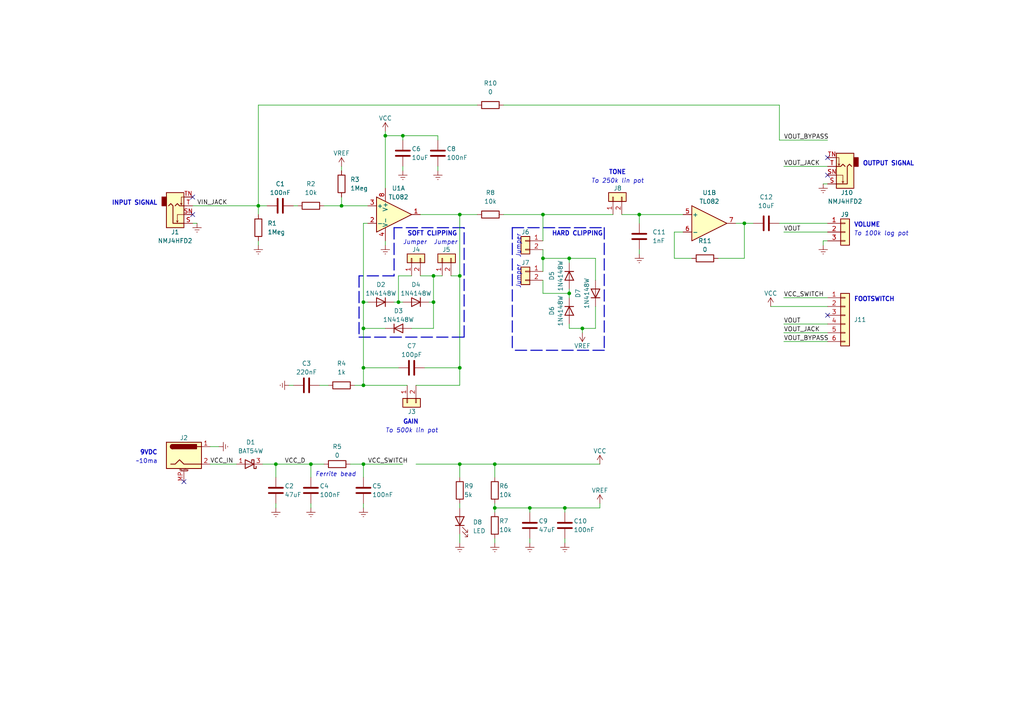
<source format=kicad_sch>
(kicad_sch (version 20211123) (generator eeschema)
  (paper "A4")
  (title_block (title "Overdrive") (date "2022-08-31") (rev "1.0") (company "Sylvain Mariel"))
  (lib_symbols
    (symbol "Amplifier_Operational:TL082" (pin_names (offset 0.127))
      (property "Reference" "U" (at 0 5.08 0))
      (property "Value" "TL082" (at 0 -5.08 0))
      (symbol "TL082_1_1"
        (polyline (pts (xy -5.08 5.08) (xy 5.08 0) (xy -5.08 -5.08) (xy -5.08 5.08)) (stroke (width 0.254)) (fill (type background)))
        (pin output line (at 7.62 0 180) (length 2.54) (name "~") (number "1"))
        (pin input line (at -7.62 -2.54 0) (length 2.54) (name "-") (number "2"))
        (pin input line (at -7.62 2.54 0) (length 2.54) (name "+") (number "3"))
      )
      (symbol "TL082_2_1"
        (polyline (pts (xy -5.08 5.08) (xy 5.08 0) (xy -5.08 -5.08) (xy -5.08 5.08)) (stroke (width 0.254)) (fill (type background)))
        (pin input line (at -7.62 2.54 0) (length 2.54) (name "+") (number "5"))
        (pin input line (at -7.62 -2.54 0) (length 2.54) (name "-") (number "6"))
        (pin output line (at 7.62 0 180) (length 2.54) (name "~") (number "7"))
      )
      (symbol "TL082_3_1"
        (pin power_in line (at -2.54 -7.62 90) (length 3.81) (name "V-") (number "4"))
        (pin power_in line (at -2.54 7.62 270) (length 3.81) (name "V+") (number "8"))
      )
    )
    (symbol "Connector:AudioJack2_Switch"
      (property "Reference" "J" (at 0 11.43 0))
      (property "Value" "AudioJack2_Switch" (at 0 8.89 0))
      (symbol "AudioJack2_Switch_0_1"
        (rectangle (start -2.54 0) (end -3.81 -2.54) (stroke (width 0.254)) (fill (type outline)))
        (rectangle (start 2.54 6.35) (end -2.54 -3.81) (stroke (width 0.254)) (fill (type background)))
      )
      (symbol "AudioJack2_Switch_1_1"
        (polyline (pts (xy 0.635 4.826) (xy 0.889 4.318)))
        (polyline (pts (xy 1.778 -0.254) (xy 2.032 -0.762)))
        (polyline (pts (xy 0 0) (xy 0.635 -0.635) (xy 1.27 0) (xy 2.54 0)) (stroke (width 0.254)))
        (polyline (pts (xy 2.54 -2.54) (xy 1.778 -2.54) (xy 1.778 -0.254) (xy 1.524 -0.762)))
        (polyline (pts (xy 2.54 2.54) (xy 0.635 2.54) (xy 0.635 4.826) (xy 0.381 4.318)))
        (polyline (pts (xy 2.54 5.08) (xy -0.635 5.08) (xy -0.635 0) (xy -1.27 -0.635) (xy -1.905 0)) (stroke (width 0.254)))
        (pin passive line (at 5.08 5.08 180) (length 2.54) (name "~") (number "S"))
        (pin passive line (at 5.08 2.54 180) (length 2.54) (name "~") (number "SN"))
        (pin passive line (at 5.08 0 180) (length 2.54) (name "~") (number "T"))
        (pin passive line (at 5.08 -2.54 180) (length 2.54) (name "~") (number "TN"))
      )
    )
    (symbol "Connector:Barrel_Jack_MountingPin" (pin_names hide)
      (property "Reference" "J" (at 0 5.334 0))
      (property "Value" "Barrel_Jack_MountingPin" (at 1.27 -6.35 0))
      (symbol "Barrel_Jack_MountingPin_0_1"
        (rectangle (start -5.08 3.81) (end 5.08 -3.81) (stroke (width 0.254)) (fill (type background)))
        (arc (start -3.302 3.175) (mid -3.937 2.54) (end -3.302 1.905) (stroke (width 0.254)))
        (arc (start -3.302 3.175) (mid -3.937 2.54) (end -3.302 1.905) (stroke (width 0.254)) (fill (type outline)))
        (polyline (pts (xy 5.08 2.54) (xy 3.81 2.54)) (stroke (width 0.254)))
        (polyline (pts (xy -3.81 -2.54) (xy -2.54 -2.54) (xy -1.27 -1.27) (xy 0 -2.54) (xy 2.54 -2.54) (xy 5.08 -2.54)) (stroke (width 0.254)))
        (rectangle (start 3.683 3.175) (end -3.302 1.905) (stroke (width 0.254)) (fill (type outline)))
      )
      (symbol "Barrel_Jack_MountingPin_1_1"
        (polyline (pts (xy -1.016 -4.572) (xy 1.016 -4.572)) (stroke (width 0.1524)))
        (text "Mounting" (at 0 -4.191 0) (effects (font (size 0.381 0.381))))
        (pin passive line (at 7.62 2.54 180) (length 2.54) (name "~") (number "1"))
        (pin passive line (at 7.62 -2.54 180) (length 2.54) (name "~") (number "2"))
        (pin passive line (at 0 -7.62 90) (length 3.048) (name "MountPin") (number "MP"))
      )
    )
    (symbol "Connector_Generic:Conn_01x02" (pin_names (offset 1.016) hide)
      (property "Reference" "J" (at 0 2.54 0))
      (property "Value" "Conn_01x02" (at 0 -5.08 0))
      (symbol "Conn_01x02_1_1"
        (rectangle (start -1.27 -2.413) (end 0 -2.667) (stroke (width 0.1524)))
        (rectangle (start -1.27 0.127) (end 0 -0.127) (stroke (width 0.1524)))
        (rectangle (start -1.27 1.27) (end 1.27 -3.81) (stroke (width 0.254)) (fill (type background)))
        (pin passive line (at -5.08 0 0) (length 3.81) (name "Pin_1") (number "1"))
        (pin passive line (at -5.08 -2.54 0) (length 3.81) (name "Pin_2") (number "2"))
      )
    )
    (symbol "Connector_Generic:Conn_01x03" (pin_names (offset 1.016) hide)
      (property "Reference" "J" (at 0 5.08 0))
      (property "Value" "Conn_01x03" (at 0 -5.08 0))
      (symbol "Conn_01x03_1_1"
        (rectangle (start -1.27 -2.413) (end 0 -2.667) (stroke (width 0.1524)))
        (rectangle (start -1.27 0.127) (end 0 -0.127) (stroke (width 0.1524)))
        (rectangle (start -1.27 2.667) (end 0 2.413) (stroke (width 0.1524)))
        (rectangle (start -1.27 3.81) (end 1.27 -3.81) (stroke (width 0.254)) (fill (type background)))
        (pin passive line (at -5.08 2.54 0) (length 3.81) (name "Pin_1") (number "1"))
        (pin passive line (at -5.08 0 0) (length 3.81) (name "Pin_2") (number "2"))
        (pin passive line (at -5.08 -2.54 0) (length 3.81) (name "Pin_3") (number "3"))
      )
    )
    (symbol "Connector_Generic:Conn_01x06" (pin_names (offset 1.016) hide)
      (property "Reference" "J" (at 0 7.62 0))
      (property "Value" "Conn_01x06" (at 0 -10.16 0))
      (symbol "Conn_01x06_1_1"
        (rectangle (start -1.27 -7.493) (end 0 -7.747) (stroke (width 0.1524)))
        (rectangle (start -1.27 -4.953) (end 0 -5.207) (stroke (width 0.1524)))
        (rectangle (start -1.27 -2.413) (end 0 -2.667) (stroke (width 0.1524)))
        (rectangle (start -1.27 0.127) (end 0 -0.127) (stroke (width 0.1524)))
        (rectangle (start -1.27 2.667) (end 0 2.413) (stroke (width 0.1524)))
        (rectangle (start -1.27 5.207) (end 0 4.953) (stroke (width 0.1524)))
        (rectangle (start -1.27 6.35) (end 1.27 -8.89) (stroke (width 0.254)) (fill (type background)))
        (pin passive line (at -5.08 5.08 0) (length 3.81) (name "Pin_1") (number "1"))
        (pin passive line (at -5.08 2.54 0) (length 3.81) (name "Pin_2") (number "2"))
        (pin passive line (at -5.08 0 0) (length 3.81) (name "Pin_3") (number "3"))
        (pin passive line (at -5.08 -2.54 0) (length 3.81) (name "Pin_4") (number "4"))
        (pin passive line (at -5.08 -5.08 0) (length 3.81) (name "Pin_5") (number "5"))
        (pin passive line (at -5.08 -7.62 0) (length 3.81) (name "Pin_6") (number "6"))
      )
    )
    (symbol "Device:C" (pin_numbers hide) (pin_names (offset 0.254))
      (property "Reference" "C" (at 0.635 2.54 0))
      (property "Value" "C" (at 0.635 -2.54 0))
      (symbol "C_0_1"
        (polyline (pts (xy -2.032 -0.762) (xy 2.032 -0.762)) (stroke (width 0.508)))
        (polyline (pts (xy -2.032 0.762) (xy 2.032 0.762)) (stroke (width 0.508)))
      )
      (symbol "C_1_1"
        (pin passive line (at 0 3.81 270) (length 2.794) (name "~") (number "1"))
        (pin passive line (at 0 -3.81 90) (length 2.794) (name "~") (number "2"))
      )
    )
    (symbol "Device:LED" (pin_numbers hide) (pin_names (offset 1.016) hide)
      (property "Reference" "D" (at 0 2.54 0))
      (property "Value" "LED" (at 0 -2.54 0))
      (symbol "LED_0_1"
        (polyline (pts (xy -1.27 -1.27) (xy -1.27 1.27)) (stroke (width 0.254)))
        (polyline (pts (xy -1.27 0) (xy 1.27 0)))
        (polyline (pts (xy 1.27 -1.27) (xy 1.27 1.27) (xy -1.27 0) (xy 1.27 -1.27)) (stroke (width 0.254)))
        (polyline (pts (xy -3.048 -0.762) (xy -4.572 -2.286) (xy -3.81 -2.286) (xy -4.572 -2.286) (xy -4.572 -1.524)))
        (polyline (pts (xy -1.778 -0.762) (xy -3.302 -2.286) (xy -2.54 -2.286) (xy -3.302 -2.286) (xy -3.302 -1.524)))
      )
      (symbol "LED_1_1"
        (pin passive line (at -3.81 0 0) (length 2.54) (name "K") (number "1"))
        (pin passive line (at 3.81 0 180) (length 2.54) (name "A") (number "2"))
      )
    )
    (symbol "Device:R" (pin_numbers hide) (pin_names (offset 0))
      (property "Reference" "R" (at 2.032 0 90))
      (property "Value" "R" (at 0 0 90))
      (symbol "R_0_1"
        (rectangle (start -1.016 -2.54) (end 1.016 2.54) (stroke (width 0.254)))
      )
      (symbol "R_1_1"
        (pin passive line (at 0 3.81 270) (length 1.27) (name "~") (number "1"))
        (pin passive line (at 0 -3.81 90) (length 1.27) (name "~") (number "2"))
      )
    )
    (symbol "Diode:1N4148W" (pin_numbers hide) (pin_names (offset 1.016) hide)
      (property "Reference" "D" (at 0 2.54 0))
      (property "Value" "1N4148W" (at 0 -2.54 0))
      (symbol "1N4148W_0_1"
        (polyline (pts (xy -1.27 1.27) (xy -1.27 -1.27)) (stroke (width 0.254)))
        (polyline (pts (xy 1.27 0) (xy -1.27 0)))
        (polyline (pts (xy 1.27 1.27) (xy 1.27 -1.27) (xy -1.27 0) (xy 1.27 1.27)) (stroke (width 0.254)))
      )
      (symbol "1N4148W_1_1"
        (pin passive line (at -3.81 0 0) (length 2.54) (name "K") (number "1"))
        (pin passive line (at 3.81 0 180) (length 2.54) (name "A") (number "2"))
      )
    )
    (symbol "Diode:BAT54W" (pin_names (offset 1.016) hide)
      (property "Reference" "D" (at 0 2.54 0))
      (property "Value" "BAT54W" (at 0 -2.54 0))
      (symbol "BAT54W_0_1"
        (polyline (pts (xy 1.27 0) (xy -1.27 0)))
        (polyline (pts (xy 1.27 1.27) (xy 1.27 -1.27) (xy -1.27 0) (xy 1.27 1.27)) (stroke (width 0.254)))
        (polyline (pts (xy -1.905 0.635) (xy -1.905 1.27) (xy -1.27 1.27) (xy -1.27 -1.27) (xy -0.635 -1.27) (xy -0.635 -0.635)) (stroke (width 0.254)))
      )
      (symbol "BAT54W_1_1"
        (pin passive line (at 3.81 0 180) (length 2.54) (name "A") (number "1"))
        (pin no_connect line (at 0 0 90) (length 2.54) hide (name "NC") (number "2"))
        (pin passive line (at -3.81 0 0) (length 2.54) (name "K") (number "3"))
      )
    )
    (symbol "power:GNDREF" (power) (pin_names (offset 0))
      (property "Value" "GNDREF" (at 0 -3.81 0))
      (symbol "GNDREF_0_1"
        (polyline (pts (xy -0.635 -1.905) (xy 0.635 -1.905)))
        (polyline (pts (xy -0.127 -2.54) (xy 0.127 -2.54)))
        (polyline (pts (xy 0 -1.27) (xy 0 0)))
        (polyline (pts (xy 1.27 -1.27) (xy -1.27 -1.27)))
      )
      (symbol "GNDREF_1_1"
        (pin power_in line (at 0 0 270) (length 0) hide (name "GNDREF") (number "1"))
      )
    )
    (symbol "power:VCC" (power) (pin_names (offset 0))
      (property "Value" "VCC" (at 0 3.81 0))
      (symbol "VCC_0_1"
        (polyline (pts (xy -0.762 1.27) (xy 0 2.54)))
        (polyline (pts (xy 0 0) (xy 0 2.54)))
        (polyline (pts (xy 0 2.54) (xy 0.762 1.27)))
      )
      (symbol "VCC_1_1"
        (pin power_in line (at 0 0 90) (length 0) hide (name "VCC") (number "1"))
      )
    )
    (symbol "power:VREF" (power) (pin_names (offset 0))
      (property "Value" "VREF" (at 0 3.81 0))
      (symbol "VREF_0_1"
        (polyline (pts (xy -0.762 1.27) (xy 0 2.54)))
        (polyline (pts (xy 0 0) (xy 0 2.54)))
        (polyline (pts (xy 0 2.54) (xy 0.762 1.27)))
      )
      (symbol "VREF_1_1"
        (pin power_in line (at 0 0 90) (length 0) hide (name "VREF") (number "1"))
      )
    )
  )
  (junction (at 105.41 134.62))
  (junction (at 99.06 59.69))
  (junction (at 168.91 95.25))
  (junction (at 133.35 106.68))
  (junction (at 215.9 64.77))
  (junction (at 153.67 147.32))
  (junction (at 165.1 74.93))
  (junction (at 157.48 62.23))
  (junction (at 115.57 87.63))
  (junction (at 143.51 147.32))
  (junction (at 163.83 147.32))
  (junction (at 133.35 62.23))
  (junction (at 105.41 87.63))
  (junction (at 80.01 134.62))
  (junction (at 90.17 134.62))
  (junction (at 185.42 62.23))
  (junction (at 157.48 74.93))
  (junction (at 125.73 87.63))
  (junction (at 125.73 80.01))
  (junction (at 133.35 134.62))
  (junction (at 105.41 111.76))
  (junction (at 143.51 134.62))
  (junction (at 111.76 39.37))
  (junction (at 105.41 106.68))
  (junction (at 74.93 59.69))
  (junction (at 105.41 95.25))
  (junction (at 165.1 85.09))
  (junction (at 116.84 39.37))
  (junction (at 133.35 80.01))
  (no_connect (at 240.03 91.44))
  (no_connect (at 240.03 45.72))
  (no_connect (at 240.03 50.8))
  (no_connect (at 53.34 139.7))
  (no_connect (at 55.88 62.23))
  (no_connect (at 55.88 57.15))
  (wire (pts (xy 111.76 69.85) (xy 111.76 71.12)))
  (wire (pts (xy 165.1 76.2) (xy 165.1 74.93)))
  (wire (pts (xy 215.9 64.77) (xy 215.9 74.93)))
  (wire (pts (xy 227.33 99.06) (xy 240.03 99.06)))
  (wire (pts (xy 116.84 48.26) (xy 116.84 49.53)))
  (wire (pts (xy 238.76 69.85) (xy 238.76 71.12)))
  (wire (pts (xy 105.41 95.25) (xy 111.76 95.25)))
  (wire (pts (xy 74.93 30.48) (xy 138.43 30.48)))
  (wire (pts (xy 153.67 156.21) (xy 153.67 157.48)))
  (wire (pts (xy 105.41 87.63) (xy 105.41 95.25)))
  (wire (pts (xy 143.51 147.32) (xy 153.67 147.32)))
  (polyline (pts (xy 148.59 66.04) (xy 148.59 101.6)) (stroke (width 0.3)))
  (wire (pts (xy 213.36 64.77) (xy 215.9 64.77)))
  (wire (pts (xy 111.76 38.1) (xy 111.76 39.37)))
  (wire (pts (xy 127 48.26) (xy 127 49.53)))
  (wire (pts (xy 102.87 111.76) (xy 105.41 111.76)))
  (wire (pts (xy 133.35 134.62) (xy 133.35 138.43)))
  (wire (pts (xy 60.96 129.54) (xy 63.5 129.54)))
  (wire (pts (xy 99.06 48.26) (xy 99.06 49.53)))
  (wire (pts (xy 105.41 95.25) (xy 105.41 106.68)))
  (wire (pts (xy 80.01 146.05) (xy 80.01 147.32)))
  (wire (pts (xy 115.57 87.63) (xy 116.84 87.63)))
  (wire (pts (xy 114.3 87.63) (xy 115.57 87.63)))
  (wire (pts (xy 105.41 106.68) (xy 105.41 111.76)))
  (wire (pts (xy 143.51 156.21) (xy 143.51 157.48)))
  (wire (pts (xy 99.06 59.69) (xy 106.68 59.69)))
  (wire (pts (xy 185.42 62.23) (xy 198.12 62.23)))
  (polyline (pts (xy 114.3 80.01) (xy 104.14 80.01)) (stroke (width 0.3) (type dash)))
  (wire (pts (xy 180.34 62.23) (xy 185.42 62.23)))
  (wire (pts (xy 74.93 69.85) (xy 74.93 71.12)))
  (wire (pts (xy 120.65 111.76) (xy 133.35 111.76)))
  (wire (pts (xy 105.41 134.62) (xy 105.41 138.43)))
  (wire (pts (xy 74.93 62.23) (xy 74.93 59.69)))
  (wire (pts (xy 93.98 59.69) (xy 99.06 59.69)))
  (wire (pts (xy 74.93 59.69) (xy 77.47 59.69)))
  (wire (pts (xy 157.48 62.23) (xy 177.8 62.23)))
  (wire (pts (xy 146.05 30.48) (xy 226.06 30.48)))
  (wire (pts (xy 116.84 40.64) (xy 116.84 39.37)))
  (wire (pts (xy 157.48 78.74) (xy 157.48 74.93)))
  (wire (pts (xy 115.57 106.68) (xy 105.41 106.68)))
  (wire (pts (xy 185.42 72.39) (xy 185.42 73.66)))
  (wire (pts (xy 121.92 62.23) (xy 133.35 62.23)))
  (wire (pts (xy 116.84 39.37) (xy 127 39.37)))
  (wire (pts (xy 157.48 74.93) (xy 165.1 74.93)))
  (wire (pts (xy 172.72 81.28) (xy 172.72 74.93)))
  (polyline (pts (xy 175.26 66.04) (xy 175.26 101.6)) (stroke (width 0.3)))
  (wire (pts (xy 143.51 146.05) (xy 143.51 147.32)))
  (wire (pts (xy 227.33 48.26) (xy 240.03 48.26)))
  (wire (pts (xy 157.48 85.09) (xy 165.1 85.09)))
  (wire (pts (xy 157.48 81.28) (xy 157.48 85.09)))
  (wire (pts (xy 92.71 111.76) (xy 95.25 111.76)))
  (wire (pts (xy 143.51 134.62) (xy 143.51 138.43)))
  (wire (pts (xy 223.52 88.9) (xy 240.03 88.9)))
  (polyline (pts (xy 104.14 80.01) (xy 104.14 97.79)) (stroke (width 0.3) (type dash)))
  (wire (pts (xy 111.76 39.37) (xy 111.76 54.61)))
  (wire (pts (xy 90.17 134.62) (xy 90.17 138.43)))
  (wire (pts (xy 195.58 67.31) (xy 198.12 67.31)))
  (wire (pts (xy 119.38 80.01) (xy 115.57 80.01)))
  (wire (pts (xy 165.1 95.25) (xy 168.91 95.25)))
  (wire (pts (xy 227.33 86.36) (xy 240.03 86.36)))
  (wire (pts (xy 76.2 134.62) (xy 80.01 134.62)))
  (wire (pts (xy 120.65 134.62) (xy 133.35 134.62)))
  (wire (pts (xy 130.81 80.01) (xy 133.35 80.01)))
  (wire (pts (xy 119.38 95.25) (xy 125.73 95.25)))
  (wire (pts (xy 133.35 134.62) (xy 143.51 134.62)))
  (wire (pts (xy 165.1 74.93) (xy 172.72 74.93)))
  (wire (pts (xy 106.68 64.77) (xy 105.41 64.77)))
  (wire (pts (xy 172.72 95.25) (xy 172.72 88.9)))
  (wire (pts (xy 226.06 40.64) (xy 240.03 40.64)))
  (wire (pts (xy 90.17 146.05) (xy 90.17 147.32)))
  (wire (pts (xy 127 40.64) (xy 127 39.37)))
  (wire (pts (xy 133.35 146.05) (xy 133.35 147.32)))
  (wire (pts (xy 133.35 106.68) (xy 133.35 111.76)))
  (wire (pts (xy 123.19 106.68) (xy 133.35 106.68)))
  (wire (pts (xy 168.91 95.25) (xy 168.91 96.52)))
  (wire (pts (xy 133.35 80.01) (xy 133.35 106.68)))
  (wire (pts (xy 133.35 62.23) (xy 133.35 80.01)))
  (wire (pts (xy 165.1 85.09) (xy 165.1 83.82)))
  (wire (pts (xy 133.35 154.94) (xy 133.35 157.48)))
  (wire (pts (xy 173.99 146.05) (xy 173.99 147.32)))
  (wire (pts (xy 168.91 95.25) (xy 172.72 95.25)))
  (wire (pts (xy 80.01 134.62) (xy 80.01 138.43)))
  (wire (pts (xy 55.88 64.77) (xy 57.15 64.77)))
  (polyline (pts (xy 134.62 66.04) (xy 114.3 66.04)) (stroke (width 0.3) (type dash)))
  (wire (pts (xy 74.93 30.48) (xy 74.93 59.69)))
  (wire (pts (xy 226.06 30.48) (xy 226.06 40.64)))
  (wire (pts (xy 90.17 134.62) (xy 93.98 134.62)))
  (wire (pts (xy 195.58 67.31) (xy 195.58 74.93)))
  (wire (pts (xy 227.33 96.52) (xy 240.03 96.52)))
  (wire (pts (xy 208.28 74.93) (xy 215.9 74.93)))
  (wire (pts (xy 121.92 80.01) (xy 125.73 80.01)))
  (wire (pts (xy 143.51 147.32) (xy 143.51 148.59)))
  (wire (pts (xy 68.58 134.62) (xy 60.96 134.62)))
  (polyline (pts (xy 114.3 66.04) (xy 114.3 80.01)) (stroke (width 0.3) (type dash)))
  (polyline (pts (xy 148.59 66.04) (xy 175.26 66.04)) (stroke (width 0.3)))
  (wire (pts (xy 125.73 87.63) (xy 125.73 95.25)))
  (wire (pts (xy 80.01 134.62) (xy 90.17 134.62)))
  (polyline (pts (xy 134.62 97.79) (xy 134.62 66.04)) (stroke (width 0.3) (type dash)))
  (wire (pts (xy 99.06 57.15) (xy 99.06 59.69)))
  (wire (pts (xy 125.73 80.01) (xy 125.73 87.63)))
  (wire (pts (xy 215.9 64.77) (xy 218.44 64.77)))
  (wire (pts (xy 101.6 134.62) (xy 105.41 134.62)))
  (wire (pts (xy 238.76 53.34) (xy 240.03 53.34)))
  (wire (pts (xy 163.83 147.32) (xy 163.83 148.59)))
  (wire (pts (xy 85.09 59.69) (xy 86.36 59.69)))
  (wire (pts (xy 227.33 67.31) (xy 240.03 67.31)))
  (wire (pts (xy 195.58 74.93) (xy 200.66 74.93)))
  (wire (pts (xy 146.05 62.23) (xy 157.48 62.23)))
  (polyline (pts (xy 175.26 101.6) (xy 148.59 101.6)) (stroke (width 0.3)))
  (wire (pts (xy 105.41 146.05) (xy 105.41 147.32)))
  (wire (pts (xy 118.11 111.76) (xy 105.41 111.76)))
  (wire (pts (xy 153.67 147.32) (xy 153.67 148.59)))
  (wire (pts (xy 226.06 64.77) (xy 240.03 64.77)))
  (wire (pts (xy 157.48 74.93) (xy 157.48 72.39)))
  (wire (pts (xy 55.88 59.69) (xy 74.93 59.69)))
  (wire (pts (xy 124.46 87.63) (xy 125.73 87.63)))
  (wire (pts (xy 106.68 87.63) (xy 105.41 87.63)))
  (wire (pts (xy 163.83 147.32) (xy 173.99 147.32)))
  (wire (pts (xy 115.57 80.01) (xy 115.57 87.63)))
  (wire (pts (xy 143.51 134.62) (xy 173.99 134.62)))
  (wire (pts (xy 105.41 134.62) (xy 116.84 134.62)))
  (wire (pts (xy 111.76 39.37) (xy 116.84 39.37)))
  (wire (pts (xy 185.42 62.23) (xy 185.42 64.77)))
  (polyline (pts (xy 104.14 97.79) (xy 134.62 97.79)) (stroke (width 0.3) (type dash)))
  (wire (pts (xy 163.83 156.21) (xy 163.83 157.48)))
  (wire (pts (xy 157.48 62.23) (xy 157.48 69.85)))
  (wire (pts (xy 83.82 111.76) (xy 85.09 111.76)))
  (wire (pts (xy 227.33 93.98) (xy 240.03 93.98)))
  (wire (pts (xy 165.1 86.36) (xy 165.1 85.09)))
  (wire (pts (xy 153.67 147.32) (xy 163.83 147.32)))
  (wire (pts (xy 133.35 62.23) (xy 138.43 62.23)))
  (wire (pts (xy 105.41 64.77) (xy 105.41 87.63)))
  (wire (pts (xy 238.76 69.85) (xy 240.03 69.85)))
  (wire (pts (xy 165.1 93.98) (xy 165.1 95.25)))
  (wire (pts (xy 125.73 80.01) (xy 128.27 80.01)))
  (text "FOOTSWITCH" (at 247.65 87.63 0) (effects (font (size 1.27 1.27) (thickness 0.254) bold) (justify left bottom)))
  (text "INPUT SIGNAL" (at 45.72 59.69 180) (effects (font (size 1.27 1.27) (thickness 0.254) bold) (justify right bottom)))
  (text "9VDC" (at 45.72 132.08 180) (effects (font (size 1.27 1.27) (thickness 0.254) bold) (justify right bottom)))
  (text "GAIN" (at 116.84 123.19 0) (effects (font (size 1.27 1.27) (thickness 0.254) bold) (justify left bottom)))
  (text "OUTPUT SIGNAL" (at 250.19 48.26 0) (effects (font (size 1.27 1.27) (thickness 0.254) bold) (justify left bottom)))
  (text "To 100k log pot\n" (at 247.65 68.58 0) (effects (font (size 1.27 1.27) italic) (justify left bottom)))
  (text "~10ma" (at 45.72 134.62 180) (effects (font (size 1.27 1.27)) (justify right bottom)))
  (text "TONE\n" (at 176.53 50.8 0) (effects (font (size 1.27 1.27) (thickness 0.254) bold) (justify left bottom)))
  (text "VOLUME" (at 247.65 66.04 0) (effects (font (size 1.27 1.27) (thickness 0.254) bold) (justify left bottom)))
  (text "To 500k lin pot" (at 111.76 125.73 0) (effects (font (size 1.27 1.27) italic) (justify left bottom)))
  (text "Jumper" (at 151.13 74.93 90) (effects (font (size 1.27 1.27) italic) (justify left bottom)))
  (text "Jumper" (at 125.73 71.12 0) (effects (font (size 1.27 1.27) italic) (justify left bottom)))
  (text "To 250k lin pot" (at 171.45 53.34 0) (effects (font (size 1.27 1.27) italic) (justify left bottom)))
  (text "Jumper" (at 116.84 71.12 0) (effects (font (size 1.27 1.27) italic) (justify left bottom)))
  (text "Jumper" (at 151.13 83.82 90) (effects (font (size 1.27 1.27) italic) (justify left bottom)))
  (text "HARD CLIPPING\n" (at 160.02 68.58 0) (effects (font (size 1.27 1.27) (thickness 0.254) bold) (justify left bottom)))
  (text "SOFT CLIPPING" (at 118.11 68.58 0) (effects (font (size 1.27 1.27) (thickness 0.254) bold) (justify left bottom)))
  (text "Ferrite bead" (at 91.44 138.43 0) (effects (font (size 1.27 1.27) italic) (justify left bottom)))
  (label "VCC_SWITCH" (at 227.33 86.36 0))
  (label "VIN_JACK" (at 57.15 59.69 0))
  (label "VCC_SWITCH" (at 106.68 134.62 0))
  (label "VCC_D" (at 82.55 134.62 0))
  (label "VOUT_BYPASS" (at 227.33 99.06 0))
  (label "VOUT_JACK" (at 227.33 96.52 0))
  (label "VOUT_JACK" (at 227.33 48.26 0))
  (label "VOUT_BYPASS" (at 227.33 40.64 0))
  (label "VCC_IN" (at 60.96 134.62 0))
  (label "VOUT" (at 227.33 93.98 0))
  (label "VOUT" (at 227.33 67.31 0))
  (symbol (lib_id "power:GNDREF") (at 116.84 49.53 0) (unit 1)
    (property "Reference" "#PWR011" (effects hide))
    (property "Value" "GNDREF" (effects hide))
  )
  (symbol (lib_id "power:VREF") (at 168.91 96.52 180) (unit 1)
    (property "Reference" "#PWR018" (effects hide))
    (property "Value" "VREF" (at 168.91 100.33 0))
  )
  (symbol (lib_id "Amplifier_Operational:TL082") (at 205.74 64.77 0) (unit 2)
    (property "Reference" "U1" (at 205.74 55.88 0))
    (property "Value" "TL082" (at 205.74 58.42 0))
    (property "Footprint" "Package_SO:SOIC-8_3.9x4.9mm_P1.27mm" (effects hide))
    (property "Datasheet" "http://www.ti.com/lit/ds/symlink/tl081.pdf" (effects hide))
  )
  (symbol (lib_id "power:GNDREF") (at 63.5 129.54 90) (unit 1)
    (property "Reference" "#PWR02" (effects hide))
    (property "Value" "GNDREF" (effects hide))
  )
  (symbol (lib_id "Device:R") (at 142.24 30.48 90) (unit 1)
    (property "Reference" "R10" (at 142.24 24.13 90))
    (property "Value" "0" (at 142.24 26.67 90))
    (property "Footprint" "Resistor_SMD:R_0402_1005Metric_Pad0.72x0.64mm_HandSolder" (effects hide))
  )
  (symbol (lib_id "power:GNDREF") (at 111.76 71.12 0) (unit 1)
    (property "Reference" "#PWR010" (effects hide))
    (property "Value" "GNDREF" (effects hide))
  )
  (symbol (lib_id "Device:C") (at 80.01 142.24 0) (unit 1)
    (property "Reference" "C2" (at 82.55 140.97 0) (effects (justify left)))
    (property "Value" "47uF" (at 82.55 143.51 0) (effects (justify left)))
    (property "Footprint" "Capacitor_SMD:C_1210_3225Metric_Pad1.33x2.70mm_HandSolder" (effects hide))
  )
  (symbol (lib_id "Diode:1N4148W") (at 165.1 90.17 270) (unit 1)
    (property "Reference" "D6" (at 160.02 90.17 0))
    (property "Value" "1N4148W" (at 162.56 90.17 0))
    (property "Footprint" "Diode_SMD:D_SOD-123" (effects hide))
    (property "Datasheet" "https://www.vishay.com/docs/85748/1n4148w.pdf" (effects hide))
  )
  (symbol (lib_id "Diode:1N4148W") (at 120.65 87.63 180) (unit 1)
    (property "Reference" "D4" (at 120.65 82.55 0))
    (property "Value" "1N4148W" (at 120.65 85.09 0))
    (property "Footprint" "Diode_SMD:D_SOD-123" (effects hide))
    (property "Datasheet" "https://www.vishay.com/docs/85748/1n4148w.pdf" (effects hide))
  )
  (symbol (lib_id "power:GNDREF") (at 238.76 53.34 0) (unit 1)
    (property "Reference" "#PWR021" (effects hide))
    (property "Value" "GNDREF" (effects hide))
  )
  (symbol (lib_id "Device:C") (at 153.67 152.4 0) (unit 1)
    (property "Reference" "C9" (at 156.21 151.13 0) (effects (justify left)))
    (property "Value" "47uF" (at 156.21 153.67 0) (effects (justify left)))
    (property "Footprint" "Capacitor_SMD:C_1210_3225Metric_Pad1.33x2.70mm_HandSolder" (effects hide))
  )
  (symbol (lib_id "Connector_Generic:Conn_01x02") (at 177.8 57.15 90) (unit 1) (in_bom no)
    (property "Reference" "J8" (at 180.34 54.61 90) (effects (justify left)))
    (property "Value" "Conn_01x02" (effects hide))
    (property "Footprint" "Connector_PinHeader_2.54mm:PinHeader_1x02_P2.54mm_Vertical" (effects hide))
  )
  (symbol (lib_id "power:GNDREF") (at 74.93 71.12 0) (unit 1)
    (property "Reference" "#PWR03" (effects hide))
    (property "Value" "GNDREF" (effects hide))
  )
  (symbol (lib_id "Connector_Generic:Conn_01x03") (at 245.11 67.31 0) (unit 1) (in_bom no)
    (property "Reference" "J9" (at 243.84 62.23 0) (effects (justify left)))
    (property "Value" "Conn_01x03" (effects hide))
    (property "Footprint" "Connector_PinHeader_2.54mm:PinHeader_1x03_P2.54mm_Vertical" (effects hide))
  )
  (symbol (lib_id "power:VCC") (at 173.99 134.62 0) (unit 1)
    (property "Reference" "#PWR016" (effects hide))
    (property "Value" "VCC" (at 173.99 130.81 0))
  )
  (symbol (lib_id "Connector_Generic:Conn_01x06") (at 245.11 91.44 0) (unit 1) (in_bom no)
    (property "Reference" "J11" (at 247.65 92.7099 0) (effects (justify left)))
    (property "Value" "Conn_01x06" (effects hide))
    (property "Footprint" "Connector_PinHeader_2.54mm:PinHeader_1x06_P2.54mm_Vertical" (effects hide))
  )
  (symbol (lib_id "Device:R") (at 142.24 62.23 90) (unit 1)
    (property "Reference" "R8" (at 142.24 55.88 90))
    (property "Value" "10k" (at 142.24 58.42 90))
    (property "Footprint" "Resistor_SMD:R_0402_1005Metric_Pad0.72x0.64mm_HandSolder" (effects hide))
  )
  (symbol (lib_id "Device:C") (at 163.83 152.4 0) (unit 1)
    (property "Reference" "C10" (at 166.37 151.13 0) (effects (justify left)))
    (property "Value" "100nF" (at 166.37 153.67 0) (effects (justify left)))
    (property "Footprint" "Capacitor_SMD:C_0402_1005Metric_Pad0.74x0.62mm_HandSolder" (effects hide))
  )
  (symbol (lib_id "Diode:1N4148W") (at 172.72 85.09 90) (unit 1)
    (property "Reference" "D7" (at 167.64 85.09 0))
    (property "Value" "1N4148W" (at 170.18 85.09 0))
    (property "Footprint" "Diode_SMD:D_SOD-123" (effects hide))
    (property "Datasheet" "https://www.vishay.com/docs/85748/1n4148w.pdf" (effects hide))
  )
  (symbol (lib_id "Device:C") (at 119.38 106.68 90) (unit 1)
    (property "Reference" "C7" (at 119.38 100.33 90))
    (property "Value" "100pF" (at 119.38 102.87 90))
    (property "Footprint" "Capacitor_SMD:C_0402_1005Metric_Pad0.74x0.62mm_HandSolder" (effects hide))
  )
  (symbol (lib_id "Device:C") (at 90.17 142.24 0) (unit 1)
    (property "Reference" "C4" (at 92.71 140.97 0) (effects (justify left)))
    (property "Value" "100nF" (at 92.71 143.51 0) (effects (justify left)))
    (property "Footprint" "Capacitor_SMD:C_0402_1005Metric_Pad0.74x0.62mm_HandSolder" (effects hide))
  )
  (symbol (lib_id "Device:R") (at 74.93 66.04 180) (unit 1)
    (property "Reference" "R1" (at 77.5898 64.7699 0) (effects (justify right)))
    (property "Value" "1Meg" (at 77.5898 67.3099 0) (effects (justify right)))
    (property "Footprint" "Resistor_SMD:R_0402_1005Metric_Pad0.72x0.64mm_HandSolder" (effects hide))
  )
  (symbol (lib_id "Device:C") (at 105.41 142.24 0) (unit 1)
    (property "Reference" "C5" (at 107.95 140.97 0) (effects (justify left)))
    (property "Value" "100nF" (at 107.95 143.51 0) (effects (justify left)))
    (property "Footprint" "Capacitor_SMD:C_0402_1005Metric_Pad0.74x0.62mm_HandSolder" (effects hide))
  )
  (symbol (lib_id "Device:R") (at 143.51 142.24 0) (unit 1)
    (property "Reference" "R6" (at 144.78 140.97 0) (effects (justify left)))
    (property "Value" "10k" (at 144.78 143.51 0) (effects (justify left)))
    (property "Footprint" "Resistor_SMD:R_0402_1005Metric_Pad0.72x0.64mm_HandSolder" (effects hide))
  )
  (symbol (lib_id "Connector_Generic:Conn_01x02") (at 152.4 78.74 0) (mirror y) (unit 1)
    (property "Reference" "J7" (at 152.4 76.2 0))
    (property "Value" "Conn_01x02" (effects hide))
    (property "Footprint" "Connector_PinHeader_2.54mm:PinHeader_1x02_P2.54mm_Vertical" (effects hide))
  )
  (symbol (lib_id "power:GNDREF") (at 80.01 147.32 0) (unit 1)
    (property "Reference" "#PWR04" (effects hide))
    (property "Value" "GNDREF" (effects hide))
  )
  (symbol (lib_id "Connector_Generic:Conn_01x02") (at 118.11 116.84 90) (mirror x) (unit 1) (in_bom no)
    (property "Reference" "J3" (at 120.65 119.38 90) (effects (justify left)))
    (property "Value" "Conn_01x02" (effects hide))
    (property "Footprint" "Connector_PinHeader_2.54mm:PinHeader_1x02_P2.54mm_Vertical" (effects hide))
  )
  (symbol (lib_id "Device:R") (at 204.47 74.93 90) (unit 1)
    (property "Reference" "R11" (at 204.47 69.85 90))
    (property "Value" "0" (at 204.47 72.39 90))
    (property "Footprint" "Resistor_SMD:R_0402_1005Metric_Pad0.72x0.64mm_HandSolder" (effects hide))
  )
  (symbol (lib_id "Amplifier_Operational:TL082") (at 114.3 62.23 0) (unit 3)
    (property "Reference" "U1" (effects hide))
    (property "Value" "TL082" (effects hide))
    (property "Footprint" "Package_SO:SOIC-8_3.9x4.9mm_P1.27mm" (effects hide))
    (property "Datasheet" "http://www.ti.com/lit/ds/symlink/tl081.pdf" (effects hide))
  )
  (symbol (lib_id "Device:C") (at 185.42 68.58 0) (unit 1)
    (property "Reference" "C11" (at 189.23 67.3099 0) (effects (justify left)))
    (property "Value" "1nF" (at 189.23 69.8499 0) (effects (justify left)))
    (property "Footprint" "Capacitor_SMD:C_0402_1005Metric_Pad0.74x0.62mm_HandSolder" (effects hide))
  )
  (symbol (lib_id "Device:R") (at 133.35 142.24 0) (unit 1)
    (property "Reference" "R9" (at 134.62 140.97 0) (effects (justify left)))
    (property "Value" "5k" (at 134.62 143.51 0) (effects (justify left)))
    (property "Footprint" "Resistor_SMD:R_0402_1005Metric_Pad0.72x0.64mm_HandSolder" (effects hide))
  )
  (symbol (lib_id "Device:R") (at 97.79 134.62 90) (unit 1)
    (property "Reference" "R5" (at 97.79 129.54 90))
    (property "Value" "0" (at 97.79 132.08 90))
    (property "Footprint" "Resistor_SMD:R_0805_2012Metric_Pad1.20x1.40mm_HandSolder" (effects hide))
  )
  (symbol (lib_id "Connector:Barrel_Jack_MountingPin") (at 53.34 132.08 0) (unit 1)
    (property "Reference" "J2" (at 53.34 127 0))
    (property "Value" "Barrel_Jack_MountingPin" (effects hide))
    (property "Footprint" "Connector_BarrelJack:BarrelJack_GCT_DCJ200-10-A_Horizontal" (effects hide))
  )
  (symbol (lib_id "power:GNDREF") (at 133.35 157.48 0) (unit 1)
    (property "Reference" "#PWR022" (effects hide))
    (property "Value" "GNDREF" (effects hide))
  )
  (symbol (lib_id "Device:C") (at 222.25 64.77 90) (unit 1)
    (property "Reference" "C12" (at 222.25 57.15 90))
    (property "Value" "10uF" (at 222.25 59.69 90))
    (property "Footprint" "Capacitor_SMD:C_0805_2012Metric_Pad1.18x1.45mm_HandSolder" (effects hide))
  )
  (symbol (lib_id "power:GNDREF") (at 163.83 157.48 0) (unit 1)
    (property "Reference" "#PWR015" (effects hide))
    (property "Value" "GNDREF" (effects hide))
  )
  (symbol (lib_id "Device:R") (at 90.17 59.69 90) (unit 1)
    (property "Reference" "R2" (at 90.17 53.34 90))
    (property "Value" "10k" (at 90.17 55.88 90))
    (property "Footprint" "Resistor_SMD:R_0402_1005Metric_Pad0.72x0.64mm_HandSolder" (effects hide))
  )
  (symbol (lib_id "Connector_Generic:Conn_01x02") (at 119.38 74.93 90) (unit 1)
    (property "Reference" "J4" (at 121.92 72.39 90) (effects (justify left)))
    (property "Value" "Conn_01x02" (effects hide))
    (property "Footprint" "Connector_PinHeader_2.54mm:PinHeader_1x02_P2.54mm_Vertical" (effects hide))
  )
  (symbol (lib_id "power:VCC") (at 223.52 88.9 0) (unit 1)
    (property "Reference" "#PWR0101" (effects hide))
    (property "Value" "VCC" (at 223.52 85.09 0))
  )
  (symbol (lib_id "Amplifier_Operational:TL082") (at 114.3 62.23 0) (unit 1)
    (property "Reference" "U1" (at 115.57 54.61 0))
    (property "Value" "TL082" (at 115.57 57.15 0))
    (property "Footprint" "Package_SO:SOIC-8_3.9x4.9mm_P1.27mm" (effects hide))
    (property "Datasheet" "http://www.ti.com/lit/ds/symlink/tl081.pdf" (effects hide))
  )
  (symbol (lib_id "Device:C") (at 88.9 111.76 90) (unit 1)
    (property "Reference" "C3" (at 88.9 105.41 90))
    (property "Value" "220nF" (at 88.9 107.95 90))
    (property "Footprint" "Capacitor_SMD:C_0402_1005Metric_Pad0.74x0.62mm_HandSolder" (effects hide))
  )
  (symbol (lib_id "Device:C") (at 81.28 59.69 90) (unit 1)
    (property "Reference" "C1" (at 81.28 53.34 90))
    (property "Value" "100nF" (at 81.28 55.88 90))
    (property "Footprint" "Capacitor_SMD:C_0402_1005Metric_Pad0.74x0.62mm_HandSolder" (effects hide))
  )
  (symbol (lib_id "Connector_Generic:Conn_01x02") (at 128.27 74.93 90) (unit 1)
    (property "Reference" "J5" (at 128.27 72.39 90) (effects (justify right)))
    (property "Value" "Conn_01x02" (effects hide))
    (property "Footprint" "Connector_PinHeader_2.54mm:PinHeader_1x02_P2.54mm_Vertical" (effects hide))
  )
  (symbol (lib_id "Diode:1N4148W") (at 110.49 87.63 180) (unit 1)
    (property "Reference" "D2" (at 110.49 82.55 0))
    (property "Value" "1N4148W" (at 110.49 85.09 0))
    (property "Footprint" "Diode_SMD:D_SOD-123" (effects hide))
    (property "Datasheet" "https://www.vishay.com/docs/85748/1n4148w.pdf" (effects hide))
  )
  (symbol (lib_id "Connector:AudioJack2_Switch") (at 245.11 48.26 180) (unit 1)
    (property "Reference" "J10" (at 243.84 55.88 0) (effects (justify right)))
    (property "Value" "NMJ4HFD2" (at 245.11 58.42 0))
    (property "Footprint" "Connector_Audio:Jack_6.35mm_Neutrik_NMJ4HFD2_Horizontal" (effects hide))
  )
  (symbol (lib_id "power:GNDREF") (at 143.51 157.48 0) (unit 1)
    (property "Reference" "#PWR012" (effects hide))
    (property "Value" "GNDREF" (effects hide))
  )
  (symbol (lib_id "Device:R") (at 99.06 111.76 90) (unit 1)
    (property "Reference" "R4" (at 99.06 105.41 90))
    (property "Value" "1k" (at 99.06 107.95 90))
    (property "Footprint" "Resistor_SMD:R_0402_1005Metric_Pad0.72x0.64mm_HandSolder" (effects hide))
  )
  (symbol (lib_id "power:VCC") (at 111.76 38.1 0) (unit 1)
    (property "Reference" "#PWR09" (effects hide))
    (property "Value" "VCC" (at 111.76 34.29 0))
  )
  (symbol (lib_id "power:GNDREF") (at 185.42 73.66 0) (unit 1)
    (property "Reference" "#PWR019" (effects hide))
    (property "Value" "GNDREF" (effects hide))
  )
  (symbol (lib_id "Device:R") (at 99.06 53.34 0) (unit 1)
    (property "Reference" "R3" (at 101.6 52.0699 0) (effects (justify left)))
    (property "Value" "1Meg" (at 101.6 54.6099 0) (effects (justify left)))
    (property "Footprint" "Resistor_SMD:R_0402_1005Metric_Pad0.72x0.64mm_HandSolder" (effects hide))
  )
  (symbol (lib_id "Diode:1N4148W") (at 115.57 95.25 0) (unit 1)
    (property "Reference" "D3" (at 115.57 90.17 0))
    (property "Value" "1N4148W" (at 115.57 92.71 0))
    (property "Footprint" "Diode_SMD:D_SOD-123" (effects hide))
    (property "Datasheet" "https://www.vishay.com/docs/85748/1n4148w.pdf" (effects hide))
  )
  (symbol (lib_id "Device:C") (at 127 44.45 0) (unit 1)
    (property "Reference" "C8" (at 129.54 43.18 0) (effects (justify left)))
    (property "Value" "100nF" (at 129.54 45.72 0) (effects (justify left)))
    (property "Footprint" "Capacitor_SMD:C_0402_1005Metric_Pad0.74x0.62mm_HandSolder" (effects hide))
  )
  (symbol (lib_id "Device:C") (at 116.84 44.45 0) (unit 1)
    (property "Reference" "C6" (at 119.38 43.18 0) (effects (justify left)))
    (property "Value" "10uF" (at 119.38 45.72 0) (effects (justify left)))
    (property "Footprint" "Capacitor_SMD:C_0805_2012Metric_Pad1.18x1.45mm_HandSolder" (effects hide))
  )
  (symbol (lib_id "power:GNDREF") (at 127 49.53 0) (unit 1)
    (property "Reference" "#PWR013" (effects hide))
    (property "Value" "GNDREF" (effects hide))
  )
  (symbol (lib_id "power:GNDREF") (at 83.82 111.76 270) (unit 1)
    (property "Reference" "#PWR05" (effects hide))
    (property "Value" "GNDREF" (effects hide))
  )
  (symbol (lib_id "Device:LED") (at 133.35 151.13 90) (unit 1)
    (property "Reference" "D8" (at 137.16 151.4474 90) (effects (justify right)))
    (property "Value" "LED" (at 137.16 153.9874 90) (effects (justify right)))
    (property "Footprint" "LED_THT:LED_D5.0mm" (effects hide))
  )
  (symbol (lib_id "Diode:1N4148W") (at 165.1 80.01 270) (unit 1)
    (property "Reference" "D5" (at 160.02 80.01 0))
    (property "Value" "1N4148W" (at 162.56 80.01 0))
    (property "Footprint" "Diode_SMD:D_SOD-123" (effects hide))
    (property "Datasheet" "https://www.vishay.com/docs/85748/1n4148w.pdf" (effects hide))
  )
  (symbol (lib_id "Connector_Generic:Conn_01x02") (at 152.4 69.85 0) (mirror y) (unit 1)
    (property "Reference" "J6" (at 152.4 67.31 0))
    (property "Value" "Conn_01x02" (effects hide))
    (property "Footprint" "Connector_PinHeader_2.54mm:PinHeader_1x02_P2.54mm_Vertical" (effects hide))
  )
  (symbol (lib_id "power:VREF") (at 99.06 48.26 0) (unit 1)
    (property "Reference" "#PWR07" (effects hide))
    (property "Value" "VREF" (at 99.06 44.45 0))
  )
  (symbol (lib_id "Connector:AudioJack2_Switch") (at 50.8 59.69 0) (mirror x) (unit 1)
    (property "Reference" "J1" (at 50.8 67.31 0))
    (property "Value" "NMJ4HFD2" (at 50.8 69.85 0))
    (property "Footprint" "Connector_Audio:Jack_6.35mm_Neutrik_NMJ4HFD2_Horizontal" (effects hide))
  )
  (symbol (lib_id "power:GNDREF") (at 153.67 157.48 0) (unit 1)
    (property "Reference" "#PWR014" (effects hide))
    (property "Value" "GNDREF" (effects hide))
  )
  (symbol (lib_id "power:GNDREF") (at 90.17 147.32 0) (unit 1)
    (property "Reference" "#PWR06" (effects hide))
    (property "Value" "GNDREF" (effects hide))
  )
  (symbol (lib_id "Device:R") (at 143.51 152.4 0) (unit 1)
    (property "Reference" "R7" (at 144.78 151.13 0) (effects (justify left)))
    (property "Value" "10k" (at 144.78 153.67 0) (effects (justify left)))
    (property "Footprint" "Resistor_SMD:R_0402_1005Metric_Pad0.72x0.64mm_HandSolder" (effects hide))
  )
  (symbol (lib_id "Diode:BAT54W") (at 72.39 134.62 180) (unit 1)
    (property "Reference" "D1" (at 72.7075 128.27 0))
    (property "Value" "BAT54W" (at 72.7075 130.81 0))
    (property "Footprint" "Package_TO_SOT_SMD:SOT-323_SC-70" (effects hide))
    (property "Datasheet" "https://assets.nexperia.com/documents/data-sheet/BAT54W_SER.pdf" (effects hide))
  )
  (symbol (lib_id "power:GNDREF") (at 105.41 147.32 0) (unit 1)
    (property "Reference" "#PWR08" (effects hide))
    (property "Value" "GNDREF" (effects hide))
  )
  (symbol (lib_id "power:VREF") (at 173.99 146.05 0) (unit 1)
    (property "Reference" "#PWR017" (effects hide))
    (property "Value" "VREF" (at 173.99 142.24 0))
  )
  (symbol (lib_id "power:GNDREF") (at 238.76 71.12 0) (unit 1)
    (property "Reference" "#PWR020" (effects hide))
    (property "Value" "GNDREF" (effects hide))
  )
  (symbol (lib_id "power:GNDREF") (at 57.15 64.77 0) (unit 1)
    (property "Reference" "#PWR01" (effects hide))
    (property "Value" "GNDREF" (effects hide))
  )
)
</source>
